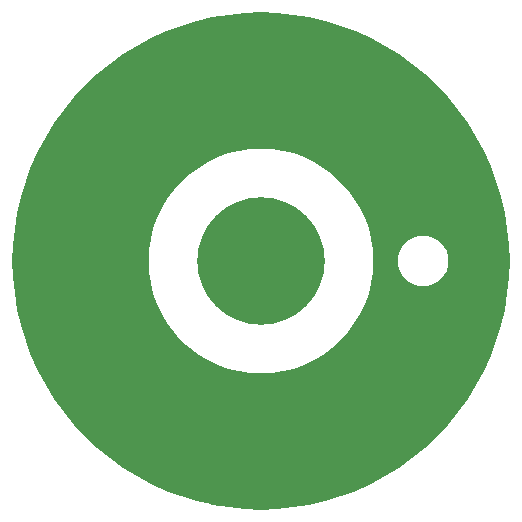
<source format=gbr>
G04 Layer_Physical_Order=2*
G04 Layer_Color=16711680*
%FSLAX25Y25*%
%MOIN*%
%TF.FileFunction,Copper,L2,Bot,Signal*%
%TF.Part,Single*%
G01*
G75*
%TA.AperFunction,ConnectorPad*%
%ADD11C,0.19685*%
%TA.AperFunction,ViaPad*%
%ADD12C,0.01800*%
%TA.AperFunction,ConnectorPad*%
%ADD13C,0.42520*%
G36*
X399119Y476368D02*
X404514Y475837D01*
X409863Y474954D01*
X415143Y473723D01*
X420330Y472149D01*
X425404Y470239D01*
X430342Y468002D01*
X435123Y465447D01*
X439727Y462584D01*
X444134Y459426D01*
X448324Y455987D01*
X452281Y452281D01*
X455987Y448324D01*
X459426Y444134D01*
X462584Y439727D01*
X465447Y435123D01*
X468002Y430342D01*
X470239Y425404D01*
X472149Y420330D01*
X473723Y415143D01*
X474954Y409863D01*
X475837Y404514D01*
X476368Y399119D01*
X476545Y393701D01*
X476368Y388282D01*
X475837Y382887D01*
X474954Y377539D01*
X473723Y372259D01*
X472149Y367071D01*
X470239Y361998D01*
X468002Y357060D01*
X465447Y352278D01*
X462584Y347675D01*
X459426Y343268D01*
X455987Y339077D01*
X452281Y335121D01*
X448324Y331415D01*
X444134Y327976D01*
X439727Y324818D01*
X435123Y321955D01*
X430342Y319400D01*
X425404Y317162D01*
X420330Y315253D01*
X415143Y313679D01*
X409863Y312448D01*
X404514Y311565D01*
X399119Y311033D01*
X393701Y310856D01*
X388282Y311033D01*
X382887Y311565D01*
X377539Y312448D01*
X377108Y312548D01*
D01*
X372259Y313679D01*
X367071Y315253D01*
X361998Y317162D01*
X357060Y319400D01*
X352278Y321955D01*
X347675Y324818D01*
X343268Y327976D01*
X339077Y331415D01*
X335121Y335121D01*
X331415Y339077D01*
X327976Y343268D01*
X324818Y347675D01*
X321955Y352278D01*
X319400Y357060D01*
X317162Y361998D01*
X315253Y367071D01*
X313679Y372259D01*
X312448Y377539D01*
X311565Y382887D01*
X311033Y388282D01*
X310856Y393701D01*
X311033Y399119D01*
X311565Y404514D01*
X312448Y409863D01*
X313679Y415143D01*
X315253Y420330D01*
X317162Y425404D01*
X319400Y430342D01*
X321955Y435123D01*
X324818Y439727D01*
X327976Y444134D01*
X331415Y448324D01*
X335121Y452281D01*
X339077Y455987D01*
X343268Y459426D01*
X347675Y462584D01*
X352278Y465447D01*
X357060Y468002D01*
X361998Y470239D01*
X365089Y471403D01*
D01*
X367071Y472149D01*
X372259Y473723D01*
X377539Y474954D01*
X382887Y475837D01*
X388282Y476368D01*
X393701Y476545D01*
X399119Y476368D01*
D02*
G37*
%LPC*%
G36*
X393701Y431179D02*
X390027Y430999D01*
X386389Y430459D01*
X382821Y429565D01*
X379359Y428326D01*
X376034Y426754D01*
X372879Y424863D01*
X369925Y422672D01*
X367200Y420202D01*
X364730Y417477D01*
X362539Y414523D01*
X360648Y411368D01*
X359075Y408043D01*
X357836Y404580D01*
X356943Y401012D01*
X356403Y397374D01*
X356223Y393701D01*
X356403Y390027D01*
X356943Y386389D01*
X357836Y382821D01*
X359075Y379359D01*
X360648Y376034D01*
X362539Y372879D01*
X364730Y369925D01*
X367200Y367200D01*
X369925Y364730D01*
X372879Y362539D01*
X376034Y360648D01*
X379359Y359075D01*
X382821Y357836D01*
X386389Y356943D01*
X390027Y356403D01*
X393701Y356223D01*
X397374Y356403D01*
X401012Y356943D01*
X404580Y357836D01*
X408043Y359075D01*
X411368Y360648D01*
X414523Y362539D01*
X417477Y364730D01*
X420202Y367200D01*
X422672Y369925D01*
X424863Y372879D01*
X426754Y376034D01*
X428326Y379359D01*
X429565Y382821D01*
X430459Y386389D01*
X430999Y390027D01*
X431179Y393701D01*
X430999Y397374D01*
X430459Y401012D01*
X429565Y404580D01*
X428326Y408043D01*
X426754Y411368D01*
X424863Y414523D01*
X422672Y417477D01*
X420202Y420202D01*
X417477Y422672D01*
X414523Y424863D01*
X411368Y426754D01*
X408043Y428326D01*
X404580Y429565D01*
X401012Y430459D01*
X397374Y430999D01*
X393701Y431179D01*
D02*
G37*
G36*
X447736Y402163D02*
X446085Y402000D01*
X444498Y401519D01*
X443035Y400737D01*
X441753Y399684D01*
X440700Y398402D01*
X439918Y396939D01*
X439437Y395352D01*
X439274Y393701D01*
X439437Y392050D01*
X439918Y390462D01*
X440700Y389000D01*
X441753Y387717D01*
X443035Y386665D01*
X444498Y385883D01*
X446085Y385401D01*
X447736Y385239D01*
X449387Y385401D01*
X450975Y385883D01*
X452437Y386665D01*
X453720Y387717D01*
X454772Y389000D01*
X455554Y390462D01*
X456036Y392050D01*
X456198Y393701D01*
X456036Y395352D01*
X455554Y396939D01*
X454772Y398402D01*
X453720Y399684D01*
X452437Y400737D01*
X450975Y401519D01*
X449387Y402000D01*
X447736Y402163D01*
D02*
G37*
%LPD*%
D11*
X366683Y440497D02*
D03*
X366683Y346905D02*
D03*
D12*
X353000Y412500D02*
D03*
X351000D02*
D03*
X349000D02*
D03*
X347000D02*
D03*
X345000D02*
D03*
X343000D02*
D03*
X341000D02*
D03*
X339000D02*
D03*
Y414500D02*
D03*
X341000D02*
D03*
X343000D02*
D03*
X345000D02*
D03*
X347000D02*
D03*
X349000D02*
D03*
X351000D02*
D03*
X353000D02*
D03*
Y416500D02*
D03*
X351000D02*
D03*
X349000D02*
D03*
X347000D02*
D03*
X345000D02*
D03*
X343000D02*
D03*
X341000D02*
D03*
X339000D02*
D03*
Y418500D02*
D03*
X341000D02*
D03*
X343000D02*
D03*
X345000D02*
D03*
X347000D02*
D03*
X349000D02*
D03*
X351000D02*
D03*
X353000D02*
D03*
Y410500D02*
D03*
X351000D02*
D03*
X349000D02*
D03*
X347000D02*
D03*
X345000D02*
D03*
X343000D02*
D03*
X341000D02*
D03*
X339000D02*
D03*
X337000D02*
D03*
Y412500D02*
D03*
Y414500D02*
D03*
Y416500D02*
D03*
Y418500D02*
D03*
X335000D02*
D03*
Y416500D02*
D03*
Y414500D02*
D03*
Y412500D02*
D03*
Y410500D02*
D03*
X333000D02*
D03*
Y412500D02*
D03*
Y414500D02*
D03*
Y416500D02*
D03*
Y418500D02*
D03*
X331000D02*
D03*
Y416500D02*
D03*
Y414500D02*
D03*
Y412500D02*
D03*
Y410500D02*
D03*
X343000Y408500D02*
D03*
X345000D02*
D03*
X341000D02*
D03*
X347000D02*
D03*
X349000D02*
D03*
X351000D02*
D03*
X353000D02*
D03*
X339000D02*
D03*
X337000D02*
D03*
X335000D02*
D03*
X333000D02*
D03*
X331000D02*
D03*
Y406500D02*
D03*
X333000D02*
D03*
X335000D02*
D03*
X337000D02*
D03*
X339000D02*
D03*
X341000D02*
D03*
X343000D02*
D03*
X345000D02*
D03*
X347000D02*
D03*
X349000D02*
D03*
X351000D02*
D03*
X353000D02*
D03*
X364500Y428500D02*
D03*
X362500D02*
D03*
X360500D02*
D03*
X358500D02*
D03*
Y430500D02*
D03*
X360500D02*
D03*
X366500Y428500D02*
D03*
X368500D02*
D03*
X356500Y430500D02*
D03*
Y428500D02*
D03*
Y432500D02*
D03*
X354500D02*
D03*
Y430500D02*
D03*
Y428500D02*
D03*
Y434500D02*
D03*
Y436500D02*
D03*
Y438500D02*
D03*
Y440500D02*
D03*
Y442500D02*
D03*
Y444500D02*
D03*
Y446500D02*
D03*
Y448500D02*
D03*
X356500D02*
D03*
Y450500D02*
D03*
X354500D02*
D03*
Y452500D02*
D03*
X356500D02*
D03*
X358500Y450500D02*
D03*
Y452500D02*
D03*
X352500D02*
D03*
Y450500D02*
D03*
Y448500D02*
D03*
Y446500D02*
D03*
Y444500D02*
D03*
Y442500D02*
D03*
Y440500D02*
D03*
Y438500D02*
D03*
Y436500D02*
D03*
Y434500D02*
D03*
Y432500D02*
D03*
Y430500D02*
D03*
Y428500D02*
D03*
X350500D02*
D03*
Y430500D02*
D03*
Y432500D02*
D03*
Y434500D02*
D03*
Y436500D02*
D03*
Y438500D02*
D03*
Y440500D02*
D03*
Y442500D02*
D03*
Y444500D02*
D03*
Y446500D02*
D03*
Y448500D02*
D03*
Y450500D02*
D03*
Y452500D02*
D03*
X348500D02*
D03*
Y450500D02*
D03*
Y448500D02*
D03*
Y446500D02*
D03*
Y444500D02*
D03*
Y442500D02*
D03*
Y440500D02*
D03*
Y438500D02*
D03*
Y436500D02*
D03*
Y434500D02*
D03*
Y432500D02*
D03*
Y430500D02*
D03*
Y428500D02*
D03*
X355500Y356000D02*
D03*
X353500D02*
D03*
X355500Y354000D02*
D03*
X353500D02*
D03*
X355500Y352000D02*
D03*
X353500D02*
D03*
X355500Y350000D02*
D03*
X353500D02*
D03*
Y348000D02*
D03*
Y346000D02*
D03*
Y344000D02*
D03*
Y342000D02*
D03*
X355500D02*
D03*
Y340000D02*
D03*
X353500D02*
D03*
Y338000D02*
D03*
X355500D02*
D03*
X357500D02*
D03*
Y336000D02*
D03*
X355500D02*
D03*
X353500D02*
D03*
Y334000D02*
D03*
X355500D02*
D03*
X357500D02*
D03*
Y332000D02*
D03*
X353500D02*
D03*
X355500D02*
D03*
X353500Y330000D02*
D03*
X355500D02*
D03*
X357500D02*
D03*
X359500D02*
D03*
Y332000D02*
D03*
Y334000D02*
D03*
X361500D02*
D03*
Y332000D02*
D03*
Y330000D02*
D03*
X363500D02*
D03*
Y332000D02*
D03*
Y334000D02*
D03*
X365500D02*
D03*
Y332000D02*
D03*
Y330000D02*
D03*
Y328000D02*
D03*
X363500D02*
D03*
X361500D02*
D03*
X359500D02*
D03*
X357500D02*
D03*
X355500D02*
D03*
X353500D02*
D03*
X363500Y326000D02*
D03*
X361500D02*
D03*
X359500D02*
D03*
X357500D02*
D03*
X355500D02*
D03*
X353500D02*
D03*
X363500Y324000D02*
D03*
X361500D02*
D03*
X359500D02*
D03*
X357500D02*
D03*
X355500D02*
D03*
X353000Y376500D02*
D03*
X351000D02*
D03*
X349000D02*
D03*
X353000Y374500D02*
D03*
X351000D02*
D03*
X349000D02*
D03*
X347000Y376500D02*
D03*
Y374500D02*
D03*
X345000D02*
D03*
Y376500D02*
D03*
X343000D02*
D03*
Y374500D02*
D03*
X341000Y376500D02*
D03*
Y374500D02*
D03*
X339000D02*
D03*
Y376500D02*
D03*
X337000D02*
D03*
Y374500D02*
D03*
X335000D02*
D03*
Y376500D02*
D03*
X333000D02*
D03*
Y374500D02*
D03*
Y372500D02*
D03*
X335000D02*
D03*
X337000D02*
D03*
X339000D02*
D03*
X341000D02*
D03*
X343000D02*
D03*
X345000D02*
D03*
X347000D02*
D03*
X349000D02*
D03*
X351000D02*
D03*
X353000D02*
D03*
Y370500D02*
D03*
X351000D02*
D03*
X349000D02*
D03*
X347000D02*
D03*
X345000D02*
D03*
X343000D02*
D03*
X341000D02*
D03*
X339000D02*
D03*
X337000D02*
D03*
X335000D02*
D03*
X333000D02*
D03*
Y368500D02*
D03*
X335000D02*
D03*
X337000D02*
D03*
D03*
X339000D02*
D03*
X341000D02*
D03*
X343000D02*
D03*
X345000D02*
D03*
X347000D02*
D03*
X349000D02*
D03*
X351000D02*
D03*
X353000D02*
D03*
Y366500D02*
D03*
X351000D02*
D03*
X349000D02*
D03*
X347000D02*
D03*
X345000D02*
D03*
X343000D02*
D03*
X341000D02*
D03*
X339000D02*
D03*
X337000D02*
D03*
X335000D02*
D03*
X333000D02*
D03*
Y364500D02*
D03*
X335000D02*
D03*
X337000D02*
D03*
X339000D02*
D03*
X341000D02*
D03*
X343000D02*
D03*
X345000D02*
D03*
X347000D02*
D03*
X349000D02*
D03*
X351000D02*
D03*
X353000D02*
D03*
Y362500D02*
D03*
X351000D02*
D03*
X349000D02*
D03*
X347000D02*
D03*
X345000D02*
D03*
X343000D02*
D03*
X341000D02*
D03*
X339000D02*
D03*
X337000D02*
D03*
X335000D02*
D03*
X333000D02*
D03*
D13*
X393701Y393701D02*
D03*
%TF.MD5,F0DBD109E2864F1E12757A99CA829883*%
M02*

</source>
